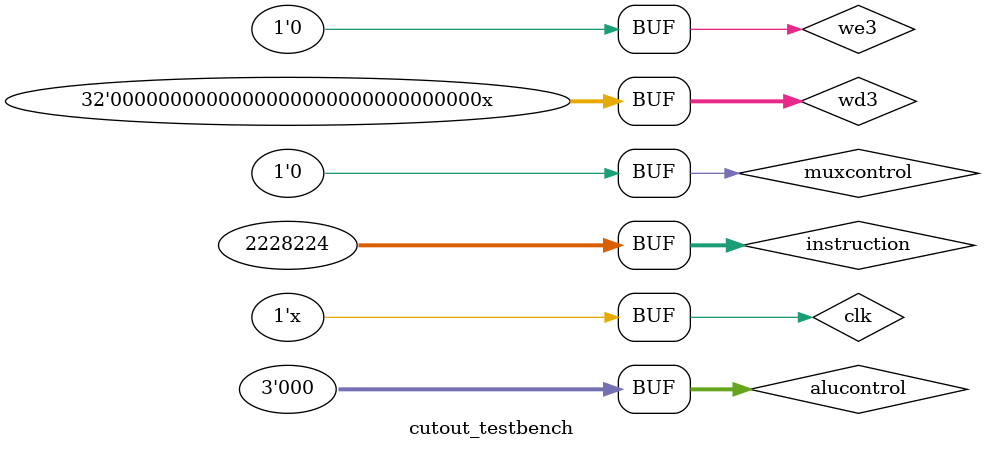
<source format=sv>
`timescale 1ns / 1ps
module cutout_testbench();
    // initialize variables
    logic [31:0] instruction, wd3;      // input values to add
    logic clk, we3, muxcontrol;              // carry in
    logic [2:0] alucontrol;    // output
    logic zero;             // carry out
    logic [31:0]  result;              // clock

    // instantiate device under test
    cutout instantiated_cutout(instruction, wd3, clk, we3, muxcontrol, alucontrol, zero, result);

    initial begin
        // set clock to zero
        clk = 0;    // set clock to 0
        we3 = 1; #1;    // enable writing
        
        // set writing address to reg 1 or wa2 [15:11] to 1 and set writing data to 0xc0de0000
        // set other inputs to don't care values
        instruction = 'h00000800; wd3 = 'hc0de0000; muxcontrol = 1'dx; alucontrol = 1'dx; #2;
        
         // set writing address to reg 2 or wa2 [15:11] to 2 and set writing data to 0x0000babe
        // set other inputs to don't care values
        instruction = 'h00001000; wd3 = 'h0000babe; muxcontrol = 1'dx; alucontrol = 1'dx; #2;
        
        
        we3 = 0; #2; // disable writing
        
        // read the through the instructions. Get register values from reg 1 and 2 by reading bits [25:21] and [20:16]
        // set mux to 0 to read original value of reg 2. Set alucontrol to 010 to conduct addition
        instruction = 'h00220000; wd3 = 1'dx; muxcontrol = 0; alucontrol = 3'b010; #2;
        
        // read the through the instructions. Get register values from reg 1 and 2 by reading bits [25:21] and [20:16]
        // set mux to 0 to read original value of reg 2. Set alucontrol to 001 to conduct OR operation
        instruction = 'h00220000; wd3 = 1'dx; muxcontrol = 0; alucontrol = 3'b001; #2;
        
        // read the through the instructions. Get register values from reg 1 and 2 by reading bits [25:21] and [20:16]
        // set mux to 0 to read original value of reg 2. Set alucontrol to 000 to conduct AND operation
        instruction = 'h00220000; wd3 = 1'dx; muxcontrol = 0; alucontrol = 3'b000; #2;
                
    end

    // clock simulator
    // Simulate clock, 2ticks for clock cycle
    // hence 2ns each clock cycle
    always begin
        #1 clk = ~clk; 
    end
endmodule

</source>
